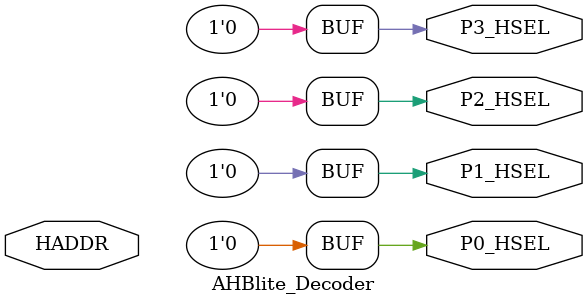
<source format=v>

module AHBlite_Decoder
#(
    /*RAMCODE enable parameter*/
    parameter Port0_en = 0,
    /************************/

    /*WaterLight enable parameter*/
    parameter Port1_en = 0,
    /************************/

    /*RAMDATA enable parameter*/
    parameter Port2_en = 0,
    /************************/

    /*UART enable parameter*/
    parameter Port3_en=0
    /************************/
)(
    input [31:0] HADDR,

    /*RAMCODE OUTPUT SELECTION SIGNAL*/
    output wire P0_HSEL,

    /*WaterLight OUTPUT SELECTION SIGNAL*/
    output wire P1_HSEL,

    /*RAMDATA OUTPUT SELECTION SIGNAL*/
    output wire P2_HSEL,

    /*UART OUTPUT SELECTION SIGNAL*/
    output wire P3_HSEL       
);

//RAMCODE-----------------------------------

//0x00000000-0x0000ffff
/*Insert RAMCODE decoder code there*/
assign P0_HSEL = 1'b0;
/***********************************/



//PERIPHRAL-----------------------------

//0X40000000 WaterLight MODE
//0x40000004 WaterLight SPEED
/*Insert WaterLight decoder code there*/
assign P2_HSEL = 1'b0;
/***********************************/

//0X40000010 UART RX DATA
//0X40000014 UART TX STATE
//0X40000018 UART TX DATA
/*Insert UART decoder code there*/
assign P3_HSEL = 1'b0;
/***********************************/

//RAMDATA-----------------------------
//0X20000000-0X2000FFFF
/*Insert RAMDATA decoder code there*/
assign P1_HSEL = 1'b0;
/***********************************/

endmodule
</source>
